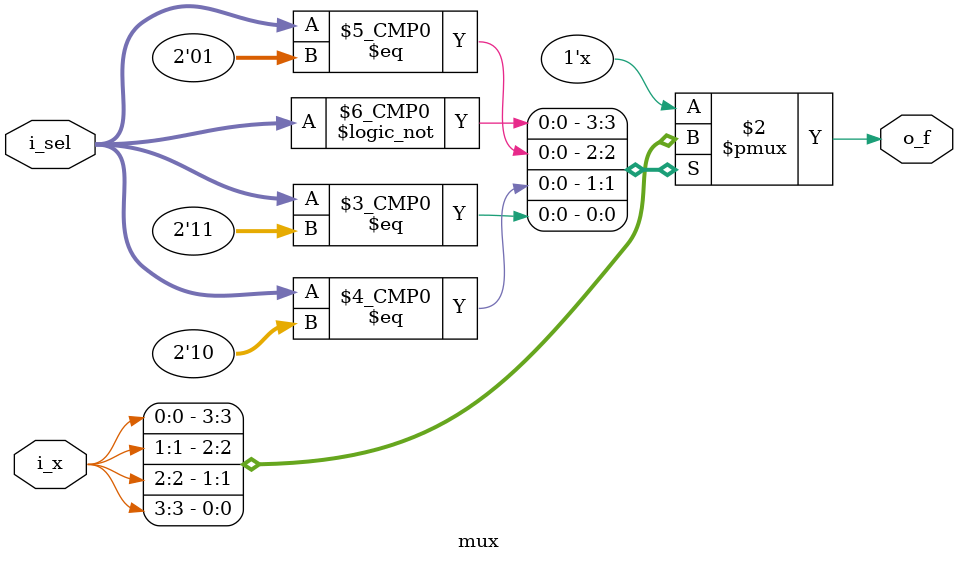
<source format=sv>
`timescale 1ns / 1ps

module mux(
        input logic [3:0]	i_x,
        input wire [1:0]	i_sel,
        output logic o_f 
        );
     
    always @ (*) begin
        case(i_sel)
            0       :  o_f = i_x[0];
            1       :  o_f = i_x[1];
            2       :  o_f = i_x[2];
            3       :  o_f = i_x[3];      
            default :  o_f = 0;
        endcase
    end

endmodule
</source>
